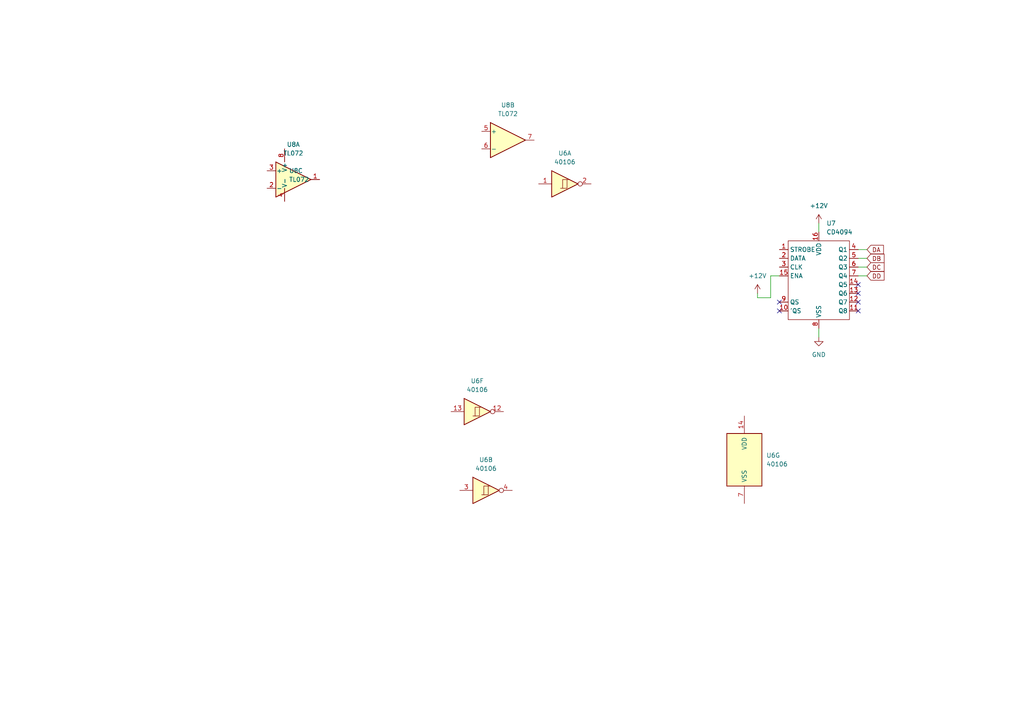
<source format=kicad_sch>
(kicad_sch (version 20230121) (generator eeschema)
  (paper "A4")
  (lib_symbols
    (symbol "4xxx:40106" (pin_names (offset 1.016))
      (property "Reference" "U" (at 0 1.27 0))
      (property "Value" "40106" (at 0 -1.27 0))
      (symbol "40106_1_0"
        (polyline (pts (xy -0.635 -1.27) (xy -0.635 1.27) (xy 0.635 1.27)))
        (polyline (pts (xy -3.81 3.81) (xy -3.81 -3.81) (xy 3.81 0) (xy -3.81 3.81)) (stroke (width 0.254)) (fill (type background)))
        (polyline (pts (xy -1.27 -1.27) (xy 0.635 -1.27) (xy 0.635 1.27) (xy 1.27 1.27)))
        (pin input line (at -7.62 0 0) (length 3.81) (name "~") (number "1"))
        (pin output inverted (at 7.62 0 180) (length 3.81) (name "~") (number "2"))
      )
      (symbol "40106_2_0"
        (polyline (pts (xy -0.635 -1.27) (xy -0.635 1.27) (xy 0.635 1.27)))
        (polyline (pts (xy -3.81 3.81) (xy -3.81 -3.81) (xy 3.81 0) (xy -3.81 3.81)) (stroke (width 0.254)) (fill (type background)))
        (polyline (pts (xy -1.27 -1.27) (xy 0.635 -1.27) (xy 0.635 1.27) (xy 1.27 1.27)))
        (pin input line (at -7.62 0 0) (length 3.81) (name "~") (number "3"))
        (pin output inverted (at 7.62 0 180) (length 3.81) (name "~") (number "4"))
      )
      (symbol "40106_3_0"
        (polyline (pts (xy -0.635 -1.27) (xy -0.635 1.27) (xy 0.635 1.27)))
        (polyline (pts (xy -3.81 3.81) (xy -3.81 -3.81) (xy 3.81 0) (xy -3.81 3.81)) (stroke (width 0.254)) (fill (type background)))
        (polyline (pts (xy -1.27 -1.27) (xy 0.635 -1.27) (xy 0.635 1.27) (xy 1.27 1.27)))
        (pin input line (at -7.62 0 0) (length 3.81) (name "~") (number "5"))
        (pin output inverted (at 7.62 0 180) (length 3.81) (name "~") (number "6"))
      )
      (symbol "40106_4_0"
        (polyline (pts (xy -0.635 -1.27) (xy -0.635 1.27) (xy 0.635 1.27)))
        (polyline (pts (xy -3.81 3.81) (xy -3.81 -3.81) (xy 3.81 0) (xy -3.81 3.81)) (stroke (width 0.254)) (fill (type background)))
        (polyline (pts (xy -1.27 -1.27) (xy 0.635 -1.27) (xy 0.635 1.27) (xy 1.27 1.27)))
        (pin output inverted (at 7.62 0 180) (length 3.81) (name "~") (number "8"))
        (pin input line (at -7.62 0 0) (length 3.81) (name "~") (number "9"))
      )
      (symbol "40106_5_0"
        (polyline (pts (xy -0.635 -1.27) (xy -0.635 1.27) (xy 0.635 1.27)))
        (polyline (pts (xy -3.81 3.81) (xy -3.81 -3.81) (xy 3.81 0) (xy -3.81 3.81)) (stroke (width 0.254)) (fill (type background)))
        (polyline (pts (xy -1.27 -1.27) (xy 0.635 -1.27) (xy 0.635 1.27) (xy 1.27 1.27)))
        (pin output inverted (at 7.62 0 180) (length 3.81) (name "~") (number "10"))
        (pin input line (at -7.62 0 0) (length 3.81) (name "~") (number "11"))
      )
      (symbol "40106_6_0"
        (polyline (pts (xy -0.635 -1.27) (xy -0.635 1.27) (xy 0.635 1.27)))
        (polyline (pts (xy -3.81 3.81) (xy -3.81 -3.81) (xy 3.81 0) (xy -3.81 3.81)) (stroke (width 0.254)) (fill (type background)))
        (polyline (pts (xy -1.27 -1.27) (xy 0.635 -1.27) (xy 0.635 1.27) (xy 1.27 1.27)))
        (pin output inverted (at 7.62 0 180) (length 3.81) (name "~") (number "12"))
        (pin input line (at -7.62 0 0) (length 3.81) (name "~") (number "13"))
      )
      (symbol "40106_7_0"
        (pin power_in line (at 0 12.7 270) (length 5.08) (name "VDD") (number "14"))
        (pin power_in line (at 0 -12.7 90) (length 5.08) (name "VSS") (number "7"))
      )
      (symbol "40106_7_1"
        (rectangle (start -5.08 7.62) (end 5.08 -7.62) (stroke (width 0.254)) (fill (type background)))
      )
    )
    (symbol "Amplifier_Operational:TL072" (pin_names (offset 0.127))
      (property "Reference" "U" (at 0 5.08 0))
      (property "Value" "TL072" (at 0 -5.08 0))
      (symbol "TL072_1_1"
        (polyline (pts (xy -5.08 5.08) (xy 5.08 0) (xy -5.08 -5.08) (xy -5.08 5.08)) (stroke (width 0.254)) (fill (type background)))
        (pin output line (at 7.62 0 180) (length 2.54) (name "~") (number "1"))
        (pin input line (at -7.62 -2.54 0) (length 2.54) (name "-") (number "2"))
        (pin input line (at -7.62 2.54 0) (length 2.54) (name "+") (number "3"))
      )
      (symbol "TL072_2_1"
        (polyline (pts (xy -5.08 5.08) (xy 5.08 0) (xy -5.08 -5.08) (xy -5.08 5.08)) (stroke (width 0.254)) (fill (type background)))
        (pin input line (at -7.62 2.54 0) (length 2.54) (name "+") (number "5"))
        (pin input line (at -7.62 -2.54 0) (length 2.54) (name "-") (number "6"))
        (pin output line (at 7.62 0 180) (length 2.54) (name "~") (number "7"))
      )
      (symbol "TL072_3_1"
        (pin power_in line (at -2.54 -7.62 90) (length 3.81) (name "V-") (number "4"))
        (pin power_in line (at -2.54 7.62 270) (length 3.81) (name "V+") (number "8"))
      )
    )
    (symbol "Synth:CD4094"
      (property "Reference" "U" (at 0 0 0))
      (property "Value" "CD4094" (at 0 0 0))
      (symbol "CD4094_0_1"
        (rectangle (start -8.89 11.43) (end 8.89 -11.43))
      )
      (symbol "CD4094_1_1"
        (pin input line (at -11.43 8.89 0) (length 2.54) (name "STROBE") (number "1"))
        (pin input line (at -11.43 -8.89 0) (length 2.54) (name "'QS") (number "10"))
        (pin output line (at 11.43 -8.89 180) (length 2.54) (name "Q8") (number "11"))
        (pin output line (at 11.43 -6.35 180) (length 2.54) (name "Q7") (number "12"))
        (pin output line (at 11.43 -3.81 180) (length 2.54) (name "Q6") (number "13"))
        (pin output line (at 11.43 -1.27 180) (length 2.54) (name "Q5") (number "14"))
        (pin input line (at -11.43 1.27 0) (length 2.54) (name "ENA") (number "15"))
        (pin power_in line (at 0 13.97 270) (length 2.54) (name "VDD") (number "16"))
        (pin input line (at -11.43 6.35 0) (length 2.54) (name "DATA") (number "2"))
        (pin input line (at -11.43 3.81 0) (length 2.54) (name "CLK") (number "3"))
        (pin output line (at 11.43 8.89 180) (length 2.54) (name "Q1") (number "4"))
        (pin output line (at 11.43 6.35 180) (length 2.54) (name "Q2") (number "5"))
        (pin output line (at 11.43 3.81 180) (length 2.54) (name "Q3") (number "6"))
        (pin output line (at 11.43 1.27 180) (length 2.54) (name "Q4") (number "7"))
        (pin power_in line (at 0 -13.97 90) (length 2.54) (name "VSS") (number "8"))
        (pin input line (at -11.43 -6.35 0) (length 2.54) (name "QS") (number "9"))
      )
    )
    (symbol "power:+12V" (power) (pin_names (offset 0))
      (property "Value" "+12V" (at 0 3.556 0))
      (symbol "+12V_0_1"
        (polyline (pts (xy -0.762 1.27) (xy 0 2.54)))
        (polyline (pts (xy 0 0) (xy 0 2.54)))
        (polyline (pts (xy 0 2.54) (xy 0.762 1.27)))
      )
      (symbol "+12V_1_1"
        (pin power_in line (at 0 0 90) (length 0) hide (name "+12V") (number "1"))
      )
    )
    (symbol "power:GND" (power) (pin_names (offset 0))
      (property "Value" "GND" (at 0 -3.81 0))
      (symbol "GND_0_1"
        (polyline (pts (xy 0 0) (xy 0 -1.27) (xy 1.27 -1.27) (xy 0 -2.54) (xy -1.27 -1.27) (xy 0 -1.27)))
      )
      (symbol "GND_1_1"
        (pin power_in line (at 0 0 270) (length 0) hide (name "GND") (number "1"))
      )
    )
  )
  (no_connect (at 226.06 90.17))
  (no_connect (at 248.92 90.17))
  (no_connect (at 248.92 87.63))
  (no_connect (at 226.06 87.63))
  (no_connect (at 248.92 82.55))
  (no_connect (at 248.92 85.09))
  (wire (pts (xy 223.52 80.01) (xy 223.52 86.36)))
  (wire (pts (xy 237.49 64.77) (xy 237.49 67.31)))
  (wire (pts (xy 237.49 95.25) (xy 237.49 97.79)))
  (wire (pts (xy 219.71 86.36) (xy 219.71 85.09)))
  (wire (pts (xy 248.92 80.01) (xy 251.46 80.01)))
  (wire (pts (xy 248.92 72.39) (xy 251.46 72.39)))
  (wire (pts (xy 248.92 74.93) (xy 251.46 74.93)))
  (wire (pts (xy 223.52 86.36) (xy 219.71 86.36)))
  (wire (pts (xy 248.92 77.47) (xy 251.46 77.47)))
  (wire (pts (xy 226.06 80.01) (xy 223.52 80.01)))
  (global_label "DC" (shape input) (at 251.46 77.47 0) (property "Intersheetrefs" "${INTERSHEET_REFS}" (effects hide)))
  (global_label "DD" (shape input) (at 251.46 80.01 0) (property "Intersheetrefs" "${INTERSHEET_REFS}" (effects hide)))
  (global_label "DB" (shape input) (at 251.46 74.93 0) (property "Intersheetrefs" "${INTERSHEET_REFS}" (effects hide)))
  (global_label "DA" (shape input) (at 251.46 72.39 0) (property "Intersheetrefs" "${INTERSHEET_REFS}" (effects hide)))
  (symbol (lib_id "Synth:CD4094") (at 237.49 81.28 0) (unit 1)
    (property "Reference" "U7" (at 239.6841 64.77 0) (effects (justify left)))
    (property "Value" "CD4094" (at 239.6841 67.31 0) (effects (justify left)))
    (property "Footprint" "Package_DIP:DIP-16_W7.62mm_Socket_LongPads" (effects hide))
    (property "Datasheet" "https://www.ti.com/product/CD4094B" (effects hide))
  )
  (symbol (lib_id "4xxx:40106") (at 163.83 53.34 0) (unit 1)
    (property "Reference" "U6" (at 163.83 44.45 0))
    (property "Value" "40106" (at 163.83 46.99 0))
    (property "Datasheet" "https://assets.nexperia.com/documents/data-sheet/HEF40106B.pdf" (effects hide))
  )
  (symbol (lib_id "power:GND") (at 237.49 97.79 0) (unit 1)
    (property "Reference" "#PWR048" (effects hide))
    (property "Value" "GND" (at 237.49 102.87 0))
  )
  (symbol (lib_id "power:+12V") (at 219.71 85.09 0) (unit 1)
    (property "Reference" "#PWR050" (effects hide))
    (property "Value" "+12V" (at 219.71 80.01 0))
  )
  (symbol (lib_id "Amplifier_Operational:TL072") (at 147.32 40.64 0) (unit 2)
    (property "Reference" "U8" (at 147.32 30.48 0))
    (property "Value" "TL072" (at 147.32 33.02 0))
    (property "Datasheet" "http://www.ti.com/lit/ds/symlink/tl071.pdf" (effects hide))
  )
  (symbol (lib_id "power:+12V") (at 237.49 64.77 0) (unit 1)
    (property "Reference" "#PWR049" (effects hide))
    (property "Value" "+12V" (at 237.49 59.69 0))
  )
  (symbol (lib_id "Amplifier_Operational:TL072") (at 85.09 50.8 0) (unit 3)
    (property "Reference" "U8" (at 83.82 49.53 0) (effects (justify left)))
    (property "Value" "TL072" (at 83.82 52.07 0) (effects (justify left)))
    (property "Datasheet" "http://www.ti.com/lit/ds/symlink/tl071.pdf" (effects hide))
  )
  (symbol (lib_id "4xxx:40106") (at 140.97 142.24 0) (unit 2)
    (property "Reference" "U6" (at 140.97 133.35 0))
    (property "Value" "40106" (at 140.97 135.89 0))
    (property "Datasheet" "https://assets.nexperia.com/documents/data-sheet/HEF40106B.pdf" (effects hide))
  )
  (symbol (lib_id "4xxx:40106") (at 215.9 133.35 0) (unit 7)
    (property "Reference" "U6" (at 222.25 132.08 0) (effects (justify left)))
    (property "Value" "40106" (at 222.25 134.62 0) (effects (justify left)))
    (property "Datasheet" "https://assets.nexperia.com/documents/data-sheet/HEF40106B.pdf" (effects hide))
  )
  (symbol (lib_id "4xxx:40106") (at 138.43 119.38 0) (unit 6)
    (property "Reference" "U6" (at 138.43 110.49 0))
    (property "Value" "40106" (at 138.43 113.03 0))
    (property "Datasheet" "https://assets.nexperia.com/documents/data-sheet/HEF40106B.pdf" (effects hide))
  )
  (symbol (lib_id "Amplifier_Operational:TL072") (at 85.09 52.07 0) (unit 1)
    (property "Reference" "U8" (at 85.09 41.91 0))
    (property "Value" "TL072" (at 85.09 44.45 0))
    (property "Datasheet" "http://www.ti.com/lit/ds/symlink/tl071.pdf" (effects hide))
  )
)
</source>
